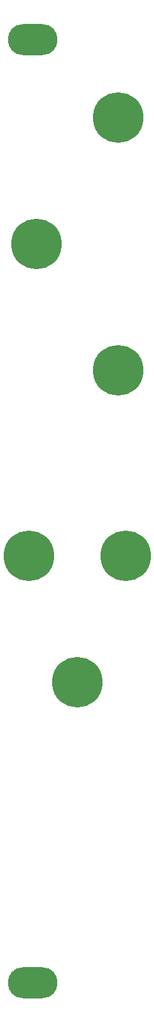
<source format=gtl>
G04 #@! TF.GenerationSoftware,KiCad,Pcbnew,(5.1.9)-1*
G04 #@! TF.CreationDate,2021-10-16T13:20:25+02:00*
G04 #@! TF.ProjectId,StupidBoxPanel,53747570-6964-4426-9f78-50616e656c2e,rev?*
G04 #@! TF.SameCoordinates,Original*
G04 #@! TF.FileFunction,Copper,L1,Top*
G04 #@! TF.FilePolarity,Positive*
%FSLAX46Y46*%
G04 Gerber Fmt 4.6, Leading zero omitted, Abs format (unit mm)*
G04 Created by KiCad (PCBNEW (5.1.9)-1) date 2021-10-16 13:20:25*
%MOMM*%
%LPD*%
G01*
G04 APERTURE LIST*
G04 #@! TA.AperFunction,ComponentPad*
%ADD10O,6.700000X4.200000*%
G04 #@! TD*
G04 #@! TA.AperFunction,ViaPad*
%ADD11C,6.800000*%
G04 #@! TD*
G04 APERTURE END LIST*
D10*
X71000000Y-155000000D03*
X71000000Y-28000000D03*
D11*
X82500000Y-38500000D03*
X71500000Y-55500000D03*
X82500000Y-72500000D03*
X70500000Y-97500000D03*
X83500000Y-97500000D03*
X77000000Y-114500000D03*
M02*

</source>
